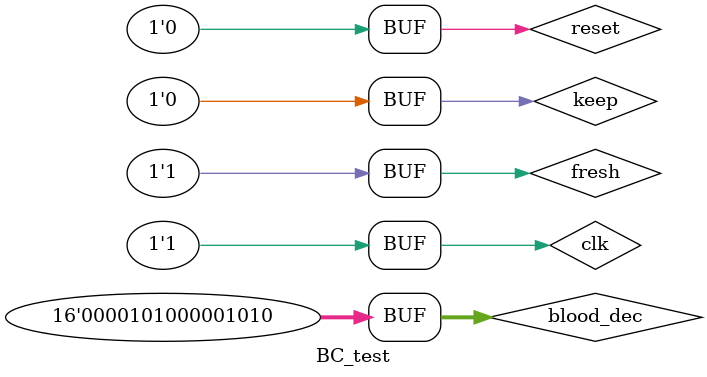
<source format=v>
`timescale 1ns / 1ps


module BC_test;

	// Inputs
	reg clk;
	reg reset;
	reg keep;
	reg fresh;
	reg [15:0] blood_dec;

	// Outputs
	wire [15:0] blood;
	wire over;

	// Instantiate the Unit Under Test (UUT)
	Blood_Counter uut (
		.clk(clk), 
		.reset(reset),
		.keep(keep),
		.fresh(fresh),
		.blood_dec(blood_dec), 
		.blood(blood), 
		.over(over)
	);
	always
	begin
		clk=0;#10;
		clk=1;#10; 
	end
	always
	begin
		fresh=0;#20;
		fresh=1;#20;
	end
   initial
	begin
		keep=1;blood_dec<=16'b0000_1010_0000_1010;	
		reset=1;#200;
		reset=0;#100;
		keep=0;

	end
endmodule


</source>
